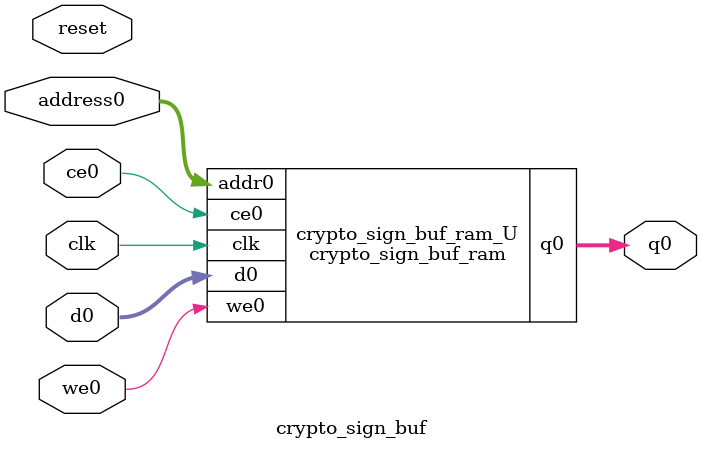
<source format=v>
`timescale 1 ns / 1 ps
module crypto_sign_buf_ram (addr0, ce0, d0, we0, q0,  clk);

parameter DWIDTH = 8;
parameter AWIDTH = 8;
parameter MEM_SIZE = 136;

input[AWIDTH-1:0] addr0;
input ce0;
input[DWIDTH-1:0] d0;
input we0;
output reg[DWIDTH-1:0] q0;
input clk;

(* ram_style = "block" *)reg [DWIDTH-1:0] ram[0:MEM_SIZE-1];




always @(posedge clk)  
begin 
    if (ce0) begin
        if (we0) 
            ram[addr0] <= d0; 
        q0 <= ram[addr0];
    end
end


endmodule

`timescale 1 ns / 1 ps
module crypto_sign_buf(
    reset,
    clk,
    address0,
    ce0,
    we0,
    d0,
    q0);

parameter DataWidth = 32'd8;
parameter AddressRange = 32'd136;
parameter AddressWidth = 32'd8;
input reset;
input clk;
input[AddressWidth - 1:0] address0;
input ce0;
input we0;
input[DataWidth - 1:0] d0;
output[DataWidth - 1:0] q0;



crypto_sign_buf_ram crypto_sign_buf_ram_U(
    .clk( clk ),
    .addr0( address0 ),
    .ce0( ce0 ),
    .we0( we0 ),
    .d0( d0 ),
    .q0( q0 ));

endmodule


</source>
